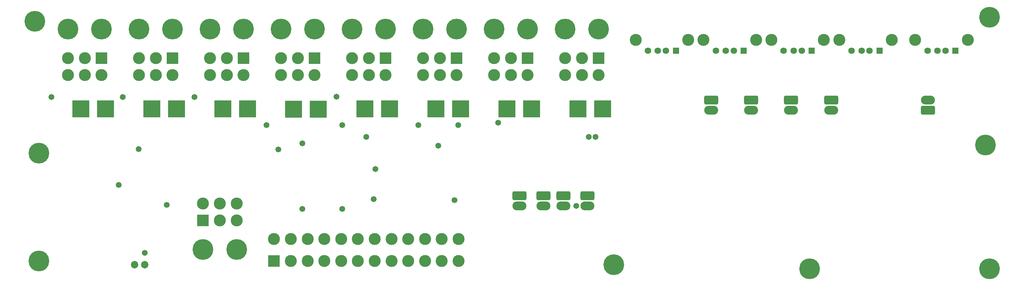
<source format=gbs>
G04 Layer_Color=16711935*
%FSLAX44Y44*%
%MOMM*%
G71*
G01*
G75*
%ADD48O,3.5052X2.2352*%
G04:AMPARAMS|DCode=49|XSize=3.5052mm|YSize=2.2352mm|CornerRadius=0.3556mm|HoleSize=0mm|Usage=FLASHONLY|Rotation=180.000|XOffset=0mm|YOffset=0mm|HoleType=Round|Shape=RoundedRectangle|*
%AMROUNDEDRECTD49*
21,1,3.5052,1.5240,0,0,180.0*
21,1,2.7940,2.2352,0,0,180.0*
1,1,0.7112,-1.3970,0.7620*
1,1,0.7112,1.3970,0.7620*
1,1,0.7112,1.3970,-0.7620*
1,1,0.7112,-1.3970,-0.7620*
%
%ADD49ROUNDEDRECTD49*%
%ADD52C,3.0032*%
%ADD53C,1.6312*%
%ADD54R,1.6312X1.6312*%
%ADD55C,5.2032*%
%ADD56R,3.0032X3.0032*%
%ADD57C,1.7272*%
G04:AMPARAMS|DCode=58|XSize=1.7272mm|YSize=1.7272mm|CornerRadius=0.2921mm|HoleSize=0mm|Usage=FLASHONLY|Rotation=180.000|XOffset=0mm|YOffset=0mm|HoleType=Round|Shape=RoundedRectangle|*
%AMROUNDEDRECTD58*
21,1,1.7272,1.1430,0,0,180.0*
21,1,1.1430,1.7272,0,0,180.0*
1,1,0.5842,-0.5715,0.5715*
1,1,0.5842,0.5715,0.5715*
1,1,0.5842,0.5715,-0.5715*
1,1,0.5842,-0.5715,-0.5715*
%
%ADD58ROUNDEDRECTD58*%
%ADD59R,4.2632X4.2632*%
%ADD60C,1.8542*%
%ADD61C,1.4732*%
D48*
X2526350Y1012700D02*
D03*
X2283650Y987300D02*
D03*
X2183650D02*
D03*
X2083650D02*
D03*
X1983650D02*
D03*
X1673650Y747300D02*
D03*
X1613650D02*
D03*
X1563650D02*
D03*
X1503650D02*
D03*
D49*
X2526350Y987300D02*
D03*
X2283650Y1012700D02*
D03*
X2183650D02*
D03*
X2083650D02*
D03*
X1983650D02*
D03*
X1673650Y772700D02*
D03*
X1613650D02*
D03*
X1563650D02*
D03*
X1503650D02*
D03*
D52*
X1794300Y1163500D02*
D03*
X1925699D02*
D03*
X2304300D02*
D03*
X2435699D02*
D03*
X2134301D02*
D03*
X2265700D02*
D03*
X1964300D02*
D03*
X2095700D02*
D03*
X2494300D02*
D03*
X2625699D02*
D03*
X1351000Y664600D02*
D03*
X1309000D02*
D03*
X1267000D02*
D03*
X1225000D02*
D03*
X1183000D02*
D03*
X1141000D02*
D03*
X1099000D02*
D03*
X1057000D02*
D03*
X1015000D02*
D03*
X973000D02*
D03*
X931000D02*
D03*
X889000D02*
D03*
X1351000Y609600D02*
D03*
X1309000D02*
D03*
X1267000D02*
D03*
X1225000D02*
D03*
X1183000D02*
D03*
X1141000D02*
D03*
X1099000D02*
D03*
X1057000D02*
D03*
X1015000D02*
D03*
X973000D02*
D03*
X931000D02*
D03*
X795200Y753200D02*
D03*
X753200D02*
D03*
X711200D02*
D03*
X795200Y711200D02*
D03*
X753200D02*
D03*
X1617800Y1075600D02*
D03*
X1659800D02*
D03*
X1701800D02*
D03*
X1617800Y1117600D02*
D03*
X1659800D02*
D03*
X1440000Y1075600D02*
D03*
X1482000D02*
D03*
X1524000D02*
D03*
X1440000Y1117600D02*
D03*
X1482000D02*
D03*
X1262200Y1075600D02*
D03*
X1304200D02*
D03*
X1346200D02*
D03*
X1262200Y1117600D02*
D03*
X1304200D02*
D03*
X1084400Y1075600D02*
D03*
X1126400D02*
D03*
X1168400D02*
D03*
X1084400Y1117600D02*
D03*
X1126400D02*
D03*
X906600Y1075600D02*
D03*
X948600D02*
D03*
X990600D02*
D03*
X906600Y1117600D02*
D03*
X948600D02*
D03*
X728800Y1075600D02*
D03*
X770800D02*
D03*
X812800D02*
D03*
X728800Y1117600D02*
D03*
X770800D02*
D03*
X551000Y1075600D02*
D03*
X593000D02*
D03*
X635000D02*
D03*
X551000Y1117600D02*
D03*
X593000D02*
D03*
X373200Y1075600D02*
D03*
X415200D02*
D03*
X457200D02*
D03*
X373200Y1117600D02*
D03*
X415200D02*
D03*
D53*
X1824999Y1136500D02*
D03*
X1850000D02*
D03*
X1870000D02*
D03*
X2334999D02*
D03*
X2360000D02*
D03*
X2380000D02*
D03*
X2164999D02*
D03*
X2190000D02*
D03*
X2210000D02*
D03*
X1994999D02*
D03*
X2020000D02*
D03*
X2040000D02*
D03*
X2524999D02*
D03*
X2550000D02*
D03*
X2570000D02*
D03*
D54*
X1894998D02*
D03*
X2404998D02*
D03*
X2234999D02*
D03*
X2064999D02*
D03*
X2594998D02*
D03*
D55*
X300000Y610000D02*
D03*
X2680000Y1220000D02*
D03*
X2230000Y590000D02*
D03*
X2670000Y900000D02*
D03*
X1740000Y600000D02*
D03*
X290000Y1210000D02*
D03*
X2680000Y590000D02*
D03*
X300000Y880000D02*
D03*
X795200Y638200D02*
D03*
X711200D02*
D03*
X1617800Y1190600D02*
D03*
X1701800D02*
D03*
X1440000D02*
D03*
X1524000D02*
D03*
X1262200D02*
D03*
X1346200D02*
D03*
X1084400D02*
D03*
X1168400D02*
D03*
X906600D02*
D03*
X990600D02*
D03*
X728800D02*
D03*
X812800D02*
D03*
X551000D02*
D03*
X635000D02*
D03*
X373200D02*
D03*
X457200D02*
D03*
D56*
X889000Y609600D02*
D03*
X711200Y711200D02*
D03*
X1701800Y1117600D02*
D03*
X1524000D02*
D03*
X1346200D02*
D03*
X1168400D02*
D03*
X990600D02*
D03*
X812800D02*
D03*
X635000D02*
D03*
X457200D02*
D03*
D57*
X2520000Y1012700D02*
D03*
X2290000Y987300D02*
D03*
X2190000D02*
D03*
X2090000D02*
D03*
X1990000D02*
D03*
X1680000Y747300D02*
D03*
X1620000D02*
D03*
X1570000D02*
D03*
X1510000D02*
D03*
D58*
X2520000Y987300D02*
D03*
X2290000Y1012700D02*
D03*
X2190000D02*
D03*
X2090000D02*
D03*
X1990000D02*
D03*
X1680000Y772700D02*
D03*
X1620000D02*
D03*
X1570000D02*
D03*
X1510000D02*
D03*
D59*
X1711800Y990600D02*
D03*
X1649800D02*
D03*
X1534000D02*
D03*
X1472000D02*
D03*
X1356200D02*
D03*
X1294200D02*
D03*
X1178400D02*
D03*
X1116400D02*
D03*
X1000000Y990000D02*
D03*
X938000D02*
D03*
X822800Y990600D02*
D03*
X760800D02*
D03*
X645000D02*
D03*
X583000D02*
D03*
X467200D02*
D03*
X405200D02*
D03*
D60*
X565400Y600000D02*
D03*
X540000D02*
D03*
D61*
X1341120Y762000D02*
D03*
X565400Y630000D02*
D03*
X620000Y750000D02*
D03*
X500000Y800000D02*
D03*
X550000Y890000D02*
D03*
X1450000Y956056D02*
D03*
X1300000Y898680D02*
D03*
X1250000Y950000D02*
D03*
X1060000D02*
D03*
X1120000Y920000D02*
D03*
X1143000Y840000D02*
D03*
X1138500Y764214D02*
D03*
X1060000Y740000D02*
D03*
X960000D02*
D03*
X1693500Y920000D02*
D03*
X1676654D02*
D03*
X1350000Y950000D02*
D03*
X1045000Y1021200D02*
D03*
X900000Y889000D02*
D03*
X960000Y904120D02*
D03*
X870000Y950000D02*
D03*
X690000Y1020600D02*
D03*
X510000Y1020000D02*
D03*
X331500D02*
D03*
X1645920Y747300D02*
D03*
M02*

</source>
